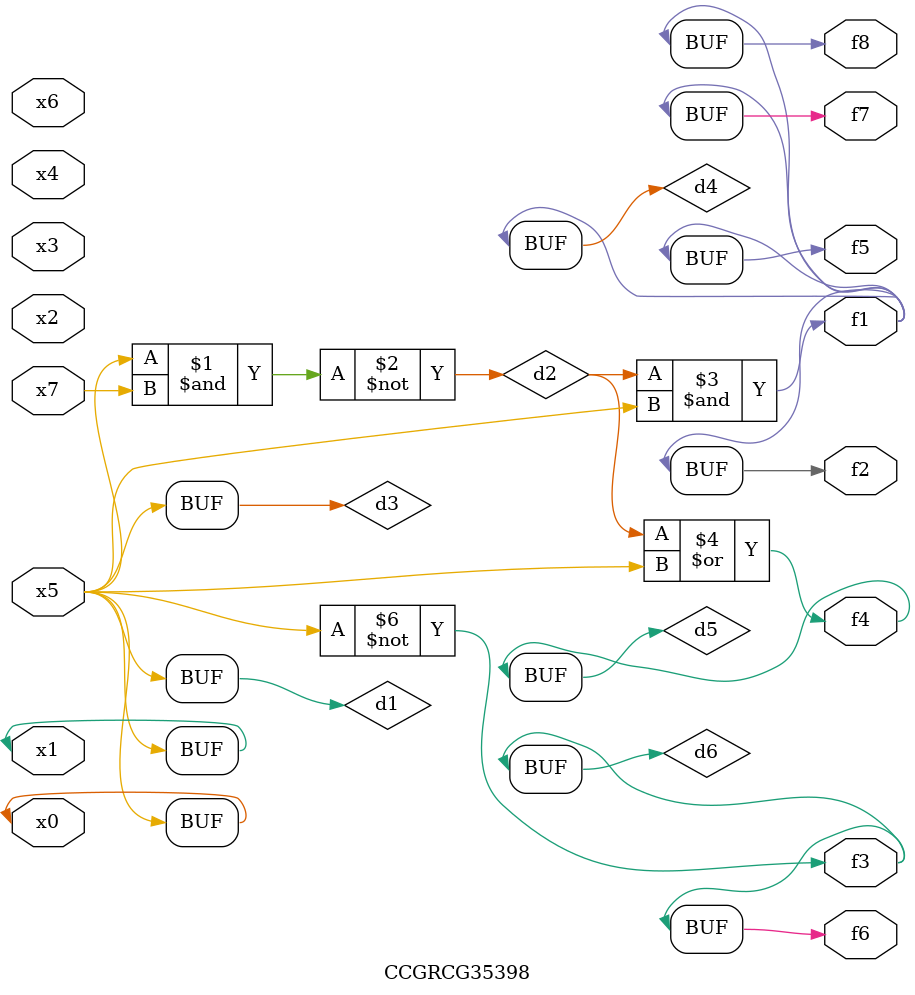
<source format=v>
module CCGRCG35398(
	input x0, x1, x2, x3, x4, x5, x6, x7,
	output f1, f2, f3, f4, f5, f6, f7, f8
);

	wire d1, d2, d3, d4, d5, d6;

	buf (d1, x0, x5);
	nand (d2, x5, x7);
	buf (d3, x0, x1);
	and (d4, d2, d3);
	or (d5, d2, d3);
	nor (d6, d1, d3);
	assign f1 = d4;
	assign f2 = d4;
	assign f3 = d6;
	assign f4 = d5;
	assign f5 = d4;
	assign f6 = d6;
	assign f7 = d4;
	assign f8 = d4;
endmodule

</source>
